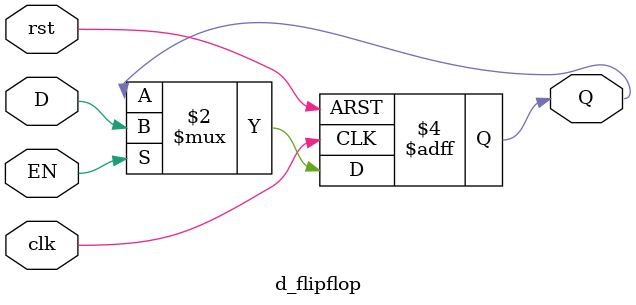
<source format=sv>

module d_flipflop
(
    input logic clk, rst, D, EN,
    output logic Q
);

    always @(posedge clk or posedge rst) 
    begin
        if(rst)
            Q <= 1'b0;
        else if (EN)
            Q <= D; 
    end 
endmodule 
</source>
